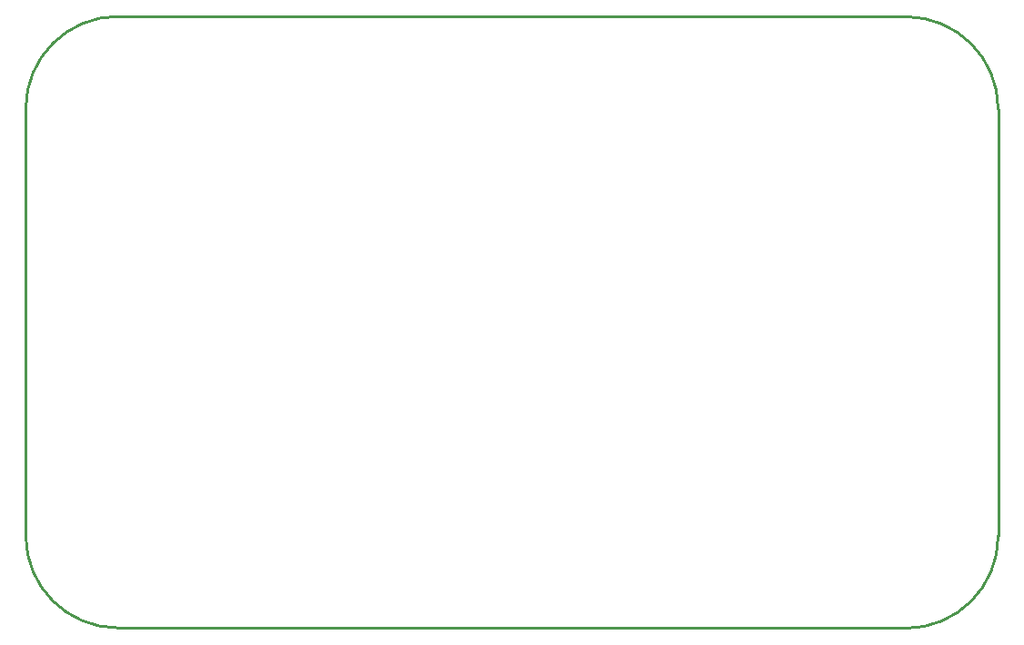
<source format=gko>
G04 Layer: BoardOutlineLayer*
G04 EasyEDA v6.5.51, 2025-10-20 22:37:19*
G04 f616cf4ec58d424a8f3e18252dc3b632,12abd119770744df9ef097ef44d34389,10*
G04 Gerber Generator version 0.2*
G04 Scale: 100 percent, Rotated: No, Reflected: No *
G04 Dimensions in millimeters *
G04 leading zeros omitted , absolute positions ,4 integer and 5 decimal *
%FSLAX45Y45*%
%MOMM*%

%ADD10C,0.2540*%
%ADD11C,0.0126*%
D10*
X8890000Y-101600D02*
G01*
X1559996Y-99999D01*
X1559996Y5599988D02*
G01*
X8940800Y5600700D01*
X9753600Y4737100D02*
G01*
X9753600Y757105D01*
X699998Y759998D02*
G01*
X699998Y4739990D01*
G75*
G01*
X8893602Y5597098D02*
G02*
X9753600Y4737100I0J-859998D01*
G75*
G01*
X9753600Y757108D02*
G02*
X8893602Y-102890I-859998J0D01*
G75*
G01*
X1559997Y-100000D02*
G02*
X699999Y759998I0J859998D01*
G75*
G01*
X699999Y4739991D02*
G02*
X1559997Y5599989I859998J0D01*

%LPD*%
M02*

</source>
